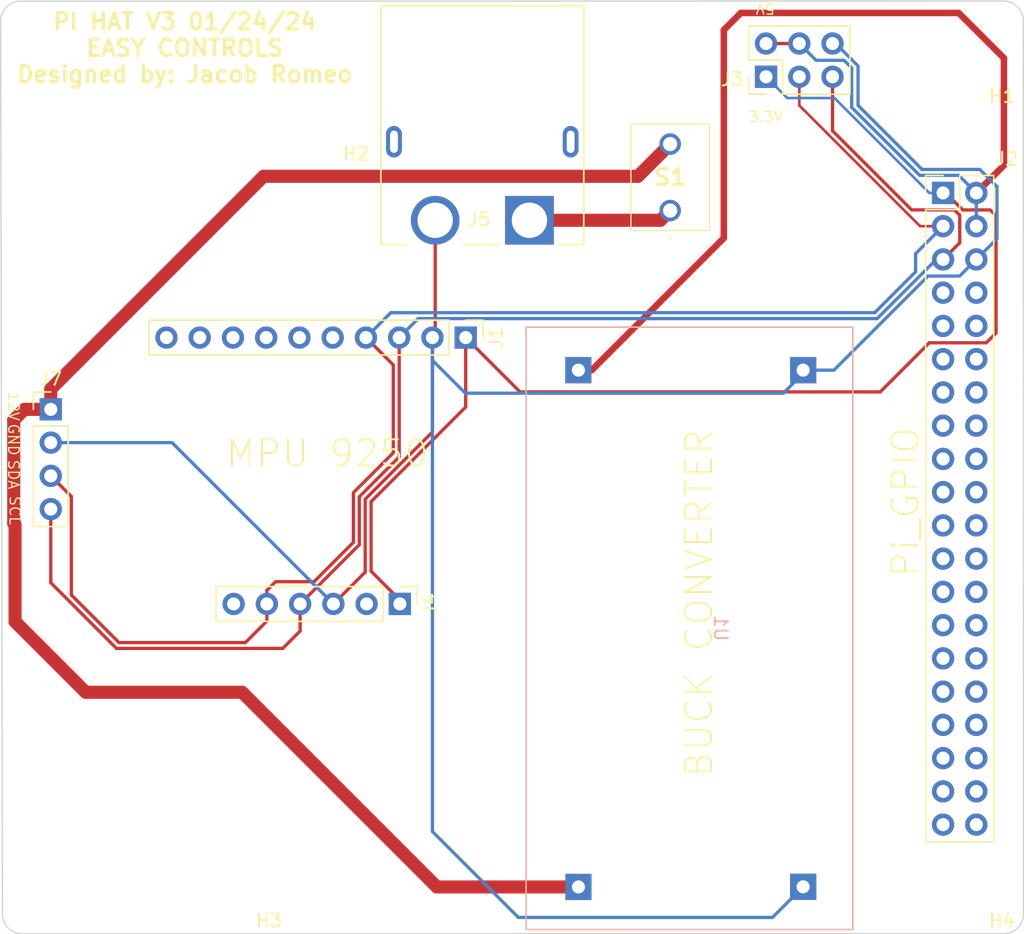
<source format=kicad_pcb>
(kicad_pcb (version 20221018) (generator pcbnew)
  (layers (0 "F.Cu" signal) (31 "B.Cu" signal) (34 "B.Paste" user) (35 "F.Paste" user) (36 "B.SilkS" user "B.Silkscreen") (37 "F.SilkS" user "F.Silkscreen") (38 "B.Mask" user) (39 "F.Mask" user) (44 "Edge.Cuts" user))
  (net 0 "")
  (net 1 "/12Vin")
  (net 10 "/3.3V")
  (net 33 "GND")
  (net 35 "/5V")
  (net 36 "/SCL")
  (net 37 "/SDA")
  (net 47 "/12Vout")
  (footprint "Connector_PinHeader_2.54mm:PinHeader_2x03_P2.54mm_Vertical" (layer "F.Cu") (at 137.475 70.525 90)
    (fp_text reference "J3" (at -0.2 -2.6) (layer "F.SilkS"))
    (fp_text value "Display")
    (fp_line (start -1.33 -1.33) (end 0 -1.33) (stroke (width 0.12)) (layer "F.SilkS"))
    (fp_line (start -1.33 0) (end -1.33 -1.33) (stroke (width 0.12)) (layer "F.SilkS"))
    (fp_line (start -1.33 1.27) (end -1.33 6.41) (stroke (width 0.12)) (layer "F.SilkS"))
    (fp_line (start -1.33 1.27) (end 1.27 1.27) (stroke (width 0.12)) (layer "F.SilkS"))
    (fp_line (start -1.33 6.41) (end 3.87 6.41) (stroke (width 0.12)) (layer "F.SilkS"))
    (fp_line (start 1.27 -1.33) (end 3.87 -1.33) (stroke (width 0.12)) (layer "F.SilkS"))
    (fp_line (start 1.27 1.27) (end 1.27 -1.33) (stroke (width 0.12)) (layer "F.SilkS"))
    (fp_line (start 3.87 -1.33) (end 3.87 6.41) (stroke (width 0.12)) (layer "F.SilkS"))
    (pad "1" thru_hole rect (at 0 0 90) (size 1.7 1.7) (drill 1) (layers "*.Cu" "*.Mask") (net 10 "/3.3V"))
    (pad "2" thru_hole oval (at 2.54 0 90) (size 1.7 1.7) (drill 1) (layers "*.Cu" "*.Mask") (net 35 "/5V"))
    (pad "3" thru_hole oval (at 0 2.54 90) (size 1.7 1.7) (drill 1) (layers "*.Cu" "*.Mask") (net 37 "/SDA"))
    (pad "4" thru_hole oval (at 2.54 2.54 90) (size 1.7 1.7) (drill 1) (layers "*.Cu" "*.Mask") (net 35 "/5V"))
    (pad "5" thru_hole oval (at 0 5.08 90) (size 1.7 1.7) (drill 1) (layers "*.Cu" "*.Mask") (net 36 "/SCL"))
    (pad "6" thru_hole oval (at 2.54 5.08 90) (size 1.7 1.7) (drill 1) (layers "*.Cu" "*.Mask") (net 33 "GND"))
  )
  (footprint "MountingHole:MountingHole_2.5mm" (layer "F.Cu") (at 152.5 74.5)
    (fp_text reference "H1" (at 3 -2.5) (layer "F.SilkS"))
    (fp_text value "MountingHole" hide)
    (pad "" np_thru_hole circle (at 0 0) (size 2.5 2.5) (drill 2.5) (layers "*.Cu" "*.Mask"))
  )
  (footprint "MountingHole:MountingHole_2.5mm" (layer "F.Cu") (at 102.5 74.5)
    (fp_text reference "H2" (at 3.65 1.9) (layer "F.SilkS"))
    (fp_text value "MountingHole" hide)
    (pad "" np_thru_hole circle (at 0 0) (size 2.5 2.5) (drill 2.5) (layers "*.Cu" "*.Mask"))
  )
  (footprint "MountingHole:MountingHole_2.5mm" (layer "F.Cu") (at 102.5 132.5)
    (fp_text reference "H3" (at -3 2.5) (layer "F.SilkS"))
    (fp_text value "MountingHole" hide)
    (pad "" np_thru_hole circle (at 0 0) (size 2.5 2.5) (drill 2.5) (layers "*.Cu" "*.Mask"))
  )
  (footprint "Connector_PinHeader_2.54mm:PinHeader_1x10_P2.54mm_Vertical" (layer "F.Cu") (at 114.5284 90.45 -90)
    (fp_text reference "J1" (at 0 -2.33 -270) (layer "F.SilkS"))
    (fp_text value "MPU 9250")
    (fp_line (start -1.33 -1.33) (end 0 -1.33) (stroke (width 0.12)) (layer "F.SilkS"))
    (fp_line (start -1.33 0) (end -1.33 -1.33) (stroke (width 0.12)) (layer "F.SilkS"))
    (fp_line (start -1.33 1.27) (end -1.33 24.19) (stroke (width 0.12)) (layer "F.SilkS"))
    (fp_line (start -1.33 1.27) (end 1.33 1.27) (stroke (width 0.12)) (layer "F.SilkS"))
    (fp_line (start -1.33 24.19) (end 1.33 24.19) (stroke (width 0.12)) (layer "F.SilkS"))
    (fp_line (start 1.33 1.27) (end 1.33 24.19) (stroke (width 0.12)) (layer "F.SilkS"))
    (pad "1" thru_hole rect (at 0 0 270) (size 1.7 1.7) (drill 1) (layers "*.Cu" "*.Mask") (net 10 "/3.3V"))
    (pad "2" thru_hole oval (at 0 2.54 270) (size 1.7 1.7) (drill 1) (layers "*.Cu" "*.Mask") (net 33 "GND"))
    (pad "3" thru_hole oval (at 0 5.08 270) (size 1.7 1.7) (drill 1) (layers "*.Cu" "*.Mask") (net 36 "/SCL"))
    (pad "4" thru_hole oval (at 0 7.62 270) (size 1.7 1.7) (drill 1) (layers "*.Cu" "*.Mask") (net 37 "/SDA"))
    (pad "5" thru_hole oval (at 0 10.16 270) (size 1.7 1.7) (drill 1) (layers "*.Cu" "*.Mask"))
    (pad "6" thru_hole oval (at 0 12.7 270) (size 1.7 1.7) (drill 1) (layers "*.Cu" "*.Mask"))
    (pad "7" thru_hole oval (at 0 15.24 270) (size 1.7 1.7) (drill 1) (layers "*.Cu" "*.Mask"))
    (pad "8" thru_hole oval (at 0 17.78 270) (size 1.7 1.7) (drill 1) (layers "*.Cu" "*.Mask"))
    (pad "9" thru_hole oval (at 0 20.32 270) (size 1.7 1.7) (drill 1) (layers "*.Cu" "*.Mask"))
    (pad "10" thru_hole oval (at 0 22.86 270) (size 1.7 1.7) (drill 1) (layers "*.Cu" "*.Mask"))
  )
  (footprint "MountingHole:MountingHole_2.5mm" (layer "F.Cu") (at 152.5 132.5)
    (fp_text reference "H4" (at 3 2.5) (layer "F.SilkS"))
    (fp_text value "MountingHole" hide)
    (pad "" np_thru_hole circle (at 0 0) (size 2.5 2.5) (drill 2.5) (layers "*.Cu" "*.Mask"))
  )
  (footprint "Connector_PinHeader_2.54mm:PinHeader_2x20_P2.54mm_Vertical" (layer "F.Cu") (at 151 79.4)
    (fp_text reference "J2" (at 4.85 -2.6) (layer "F.SilkS"))
    (fp_text value "Pi_GPIO" (at -2.8672 23.6224 90) (layer "F.SilkS") (effects (font (size 2 2))))
    (fp_line (start -1.33 -1.33) (end 0 -1.33) (stroke (width 0.12)) (layer "F.SilkS"))
    (fp_line (start -1.33 0) (end -1.33 -1.33) (stroke (width 0.12)) (layer "F.SilkS"))
    (fp_line (start -1.33 1.27) (end -1.33 49.59) (stroke (width 0.12)) (layer "F.SilkS"))
    (fp_line (start -1.33 1.27) (end 1.27 1.27) (stroke (width 0.12)) (layer "F.SilkS"))
    (fp_line (start -1.33 49.59) (end 3.87 49.59) (stroke (width 0.12)) (layer "F.SilkS"))
    (fp_line (start 1.27 -1.33) (end 3.87 -1.33) (stroke (width 0.12)) (layer "F.SilkS"))
    (fp_line (start 1.27 1.27) (end 1.27 -1.33) (stroke (width 0.12)) (layer "F.SilkS"))
    (fp_line (start 3.87 -1.33) (end 3.87 49.59) (stroke (width 0.12)) (layer "F.SilkS"))
    (pad "1" thru_hole rect (at 0 0) (size 1.7 1.7) (drill 1) (layers "*.Cu" "*.Mask") (net 10 "/3.3V"))
    (pad "2" thru_hole oval (at 2.54 0) (size 1.7 1.7) (drill 1) (layers "*.Cu" "*.Mask") (net 35 "/5V"))
    (pad "3" thru_hole oval (at 0 2.54) (size 1.7 1.7) (drill 1) (layers "*.Cu" "*.Mask") (net 37 "/SDA"))
    (pad "4" thru_hole oval (at 2.54 2.54) (size 1.7 1.7) (drill 1) (layers "*.Cu" "*.Mask") (net 35 "/5V"))
    (pad "5" thru_hole oval (at 0 5.08) (size 1.7 1.7) (drill 1) (layers "*.Cu" "*.Mask") (net 36 "/SCL"))
    (pad "6" thru_hole oval (at 2.54 5.08) (size 1.7 1.7) (drill 1) (layers "*.Cu" "*.Mask") (net 33 "GND"))
    (pad "7" thru_hole oval (at 0 7.62) (size 1.7 1.7) (drill 1) (layers "*.Cu" "*.Mask"))
    (pad "8" thru_hole oval (at 2.54 7.62) (size 1.7 1.7) (drill 1) (layers "*.Cu" "*.Mask"))
    (pad "9" thru_hole oval (at 0 10.16) (size 1.7 1.7) (drill 1) (layers "*.Cu" "*.Mask"))
    (pad "10" thru_hole oval (at 2.54 10.16) (size 1.7 1.7) (drill 1) (layers "*.Cu" "*.Mask"))
    (pad "11" thru_hole oval (at 0 12.7) (size 1.7 1.7) (drill 1) (layers "*.Cu" "*.Mask"))
    (pad "12" thru_hole oval (at 2.54 12.7) (size 1.7 1.7) (drill 1) (layers "*.Cu" "*.Mask"))
    (pad "13" thru_hole oval (at 0 15.24) (size 1.7 1.7) (drill 1) (layers "*.Cu" "*.Mask"))
    (pad "14" thru_hole oval (at 2.54 15.24) (size 1.7 1.7) (drill 1) (layers "*.Cu" "*.Mask"))
    (pad "15" thru_hole oval (at 0 17.78) (size 1.7 1.7) (drill 1) (layers "*.Cu" "*.Mask"))
    (pad "16" thru_hole oval (at 2.54 17.78) (size 1.7 1.7) (drill 1) (layers "*.Cu" "*.Mask"))
    (pad "17" thru_hole oval (at 0 20.32) (size 1.7 1.7) (drill 1) (layers "*.Cu" "*.Mask"))
    (pad "18" thru_hole oval (at 2.54 20.32) (size 1.7 1.7) (drill 1) (layers "*.Cu" "*.Mask"))
    (pad "19" thru_hole oval (at 0 22.86) (size 1.7 1.7) (drill 1) (layers "*.Cu" "*.Mask"))
    (pad "20" thru_hole oval (at 2.54 22.86) (size 1.7 1.7) (drill 1) (layers "*.Cu" "*.Mask"))
    (pad "21" thru_hole oval (at 0 25.4) (size 1.7 1.7) (drill 1) (layers "*.Cu" "*.Mask"))
    (pad "22" thru_hole oval (at 2.54 25.4) (size 1.7 1.7) (drill 1) (layers "*.Cu" "*.Mask"))
    (pad "23" thru_hole oval (at 0 27.94) (size 1.7 1.7) (drill 1) (layers "*.Cu" "*.Mask"))
    (pad "24" thru_hole oval (at 2.54 27.94) (size 1.7 1.7) (drill 1) (layers "*.Cu" "*.Mask"))
    (pad "25" thru_hole oval (at 0 30.48) (size 1.7 1.7) (drill 1) (layers "*.Cu" "*.Mask"))
    (pad "26" thru_hole oval (at 2.54 30.48) (size 1.7 1.7) (drill 1) (layers "*.Cu" "*.Mask"))
    (pad "27" thru_hole oval (at 0 33.02) (size 1.7 1.7) (drill 1) (layers "*.Cu" "*.Mask"))
    (pad "28" thru_hole oval (at 2.54 33.02) (size 1.7 1.7) (drill 1) (layers "*.Cu" "*.Mask"))
    (pad "29" thru_hole oval (at 0 35.56) (size 1.7 1.7) (drill 1) (layers "*.Cu" "*.Mask"))
    (pad "30" thru_hole oval (at 2.54 35.56) (size 1.7 1.7) (drill 1) (layers "*.Cu" "*.Mask"))
    (pad "31" thru_hole oval (at 0 38.1) (size 1.7 1.7) (drill 1) (layers "*.Cu" "*.Mask"))
    (pad "32" thru_hole oval (at 2.54 38.1) (size 1.7 1.7) (drill 1) (layers "*.Cu" "*.Mask"))
    (pad "33" thru_hole oval (at 0 40.64) (size 1.7 1.7) (drill 1) (layers "*.Cu" "*.Mask"))
    (pad "34" thru_hole oval (at 2.54 40.64) (size 1.7 1.7) (drill 1) (layers "*.Cu" "*.Mask"))
    (pad "35" thru_hole oval (at 0 43.18) (size 1.7 1.7) (drill 1) (layers "*.Cu" "*.Mask"))
    (pad "36" thru_hole oval (at 2.54 43.18) (size 1.7 1.7) (drill 1) (layers "*.Cu" "*.Mask"))
    (pad "37" thru_hole oval (at 0 45.72) (size 1.7 1.7) (drill 1) (layers "*.Cu" "*.Mask"))
    (pad "38" thru_hole oval (at 2.54 45.72) (size 1.7 1.7) (drill 1) (layers "*.Cu" "*.Mask"))
    (pad "39" thru_hole oval (at 0 48.26) (size 1.7 1.7) (drill 1) (layers "*.Cu" "*.Mask"))
    (pad "40" thru_hole oval (at 2.54 48.26) (size 1.7 1.7) (drill 1) (layers "*.Cu" "*.Mask"))
  )
  (footprint ".pretty:AMASS_XT60PW-M" (layer "F.Cu") (at 115.7986 75.4892)
    (fp_text reference "J5" (at -0.25 5.93425) (layer "F.SilkS") (effects (font (size 1.000441 1.000441))))
    (fp_text value "XT60PW-M")
    (fp_line (start -7.75 -10.35) (end -7.75 7.85) (stroke (width 0.127)) (layer "F.SilkS"))
    (fp_line (start -7.75 7.85) (end -5.778 7.85) (stroke (width 0.127)) (layer "F.SilkS"))
    (fp_line (start -1.422 7.85) (end 1.422 7.85) (stroke (width 0.127)) (layer "F.SilkS"))
    (fp_line (start 7.75 -10.35) (end -7.75 -10.35) (stroke (width 0.127)) (layer "F.SilkS"))
    (fp_line (start 7.75 7.85) (end 5.778 7.85) (stroke (width 0.127)) (layer "F.SilkS"))
    (fp_line (start 7.75 7.85) (end 7.75 -10.35) (stroke (width 0.127)) (layer "F.SilkS"))
    (pad "1" thru_hole rect (at 3.6 6) (size 3.716 3.716) (drill 2.7) (layers "*.Cu" "*.Mask") (net 1 "/12Vin"))
    (pad "2" thru_hole circle (at -3.6 6) (size 3.716 3.716) (drill 2.7) (layers "*.Cu" "*.Mask") (net 33 "GND"))
    (pad "S1" thru_hole oval (at 6.75 0) (size 1.2 2.4) (drill oval 0.6 1.7) (layers "*.Cu" "*.Mask"))
    (pad "S2" thru_hole oval (at -6.75 0) (size 1.2 2.4) (drill oval 0.6 1.7) (layers "*.Cu" "*.Mask"))
  )
  (footprint "Connector_PinHeader_2.54mm:PinHeader_1x04_P2.54mm_Vertical" (layer "F.Cu") (at 82.8294 95.9358)
    (fp_text reference "J7" (at 0 -2.33) (layer "F.SilkS"))
    (fp_text value "Conn_01x04")
    (fp_line (start -1.33 -1.33) (end 0 -1.33) (stroke (width 0.12)) (layer "F.SilkS"))
    (fp_line (start -1.33 0) (end -1.33 -1.33) (stroke (width 0.12)) (layer "F.SilkS"))
    (fp_line (start -1.33 1.27) (end -1.33 8.95) (stroke (width 0.12)) (layer "F.SilkS"))
    (fp_line (start -1.33 1.27) (end 1.33 1.27) (stroke (width 0.12)) (layer "F.SilkS"))
    (fp_line (start -1.33 8.95) (end 1.33 8.95) (stroke (width 0.12)) (layer "F.SilkS"))
    (fp_line (start 1.33 1.27) (end 1.33 8.95) (stroke (width 0.12)) (layer "F.SilkS"))
    (pad "1" thru_hole rect (at 0 0) (size 1.7 1.7) (drill 1) (layers "*.Cu" "*.Mask") (net 47 "/12Vout"))
    (pad "2" thru_hole oval (at 0 2.54) (size 1.7 1.7) (drill 1) (layers "*.Cu" "*.Mask") (net 33 "GND"))
    (pad "3" thru_hole oval (at 0 5.08) (size 1.7 1.7) (drill 1) (layers "*.Cu" "*.Mask") (net 37 "/SDA"))
    (pad "4" thru_hole oval (at 0 7.62) (size 1.7 1.7) (drill 1) (layers "*.Cu" "*.Mask") (net 36 "/SCL"))
  )
  (footprint "Connector_PinHeader_2.54mm:PinHeader_1x06_P2.54mm_Vertical" (layer "F.Cu") (at 109.5 110.8 -90)
    (fp_text reference "J4" (at 0 -2.33 90) (layer "F.SilkS"))
    (fp_text value "BNO055")
    (fp_line (start -1.33 -1.33) (end 0 -1.33) (stroke (width 0.12)) (layer "F.SilkS"))
    (fp_line (start -1.33 0) (end -1.33 -1.33) (stroke (width 0.12)) (layer "F.SilkS"))
    (fp_line (start -1.33 1.27) (end -1.33 14.03) (stroke (width 0.12)) (layer "F.SilkS"))
    (fp_line (start -1.33 1.27) (end 1.33 1.27) (stroke (width 0.12)) (layer "F.SilkS"))
    (fp_line (start -1.33 14.03) (end 1.33 14.03) (stroke (width 0.12)) (layer "F.SilkS"))
    (fp_line (start 1.33 1.27) (end 1.33 14.03) (stroke (width 0.12)) (layer "F.SilkS"))
    (pad "1" thru_hole rect (at 0 0 270) (size 1.7 1.7) (drill 1) (layers "*.Cu" "*.Mask") (net 10 "/3.3V"))
    (pad "2" thru_hole oval (at 0 2.54 270) (size 1.7 1.7) (drill 1) (layers "*.Cu" "*.Mask"))
    (pad "3" thru_hole oval (at 0 5.08 270) (size 1.7 1.7) (drill 1) (layers "*.Cu" "*.Mask") (net 33 "GND"))
    (pad "4" thru_hole oval (at 0 7.62 270) (size 1.7 1.7) (drill 1) (layers "*.Cu" "*.Mask") (net 36 "/SCL"))
    (pad "5" thru_hole oval (at 0 10.16 270) (size 1.7 1.7) (drill 1) (layers "*.Cu" "*.Mask") (net 37 "/SDA"))
    (pad "6" thru_hole oval (at 0 12.7 270) (size 1.7 1.7) (drill 1) (layers "*.Cu" "*.Mask"))
  )
  (footprint "refV:2MS6T4B3M2CES" (layer "F.Cu") (at 130.1496 80.7466)
    (fp_text reference "S1" (at 0 -2.54) (layer "F.SilkS") (effects (font (size 1.27 1.27) (thickness 0.254))))
    (fp_text value "2MS6T4B3M2CES" hide)
    (fp_line (start -3 -6.605) (end 3 -6.605) (stroke (width 0.1)) (layer "F.SilkS"))
    (fp_line (start -3 1.525) (end -3 -6.605) (stroke (width 0.1)) (layer "F.SilkS"))
    (fp_line (start 0 2.1) (end 0 2.1) (stroke (width 0.1)) (layer "F.SilkS"))
    (fp_line (start 0 2.2) (end 0 2.2) (stroke (width 0.1)) (layer "F.SilkS"))
    (fp_line (start 3 -6.605) (end 3 1.525) (stroke (width 0.1)) (layer "F.SilkS"))
    (fp_line (start 3 1.525) (end -3 1.525) (stroke (width 0.1)) (layer "F.SilkS"))
    (fp_arc (start 0 2.1) (mid 0.05 2.15) (end 0 2.2) (stroke (width 0.1)) (layer "F.SilkS"))
    (fp_arc (start 0 2.2) (mid -0.05 2.15) (end 0 2.1) (stroke (width 0.1)) (layer "F.SilkS"))
    (pad "1" thru_hole circle (at 0 0) (size 1.635 1.635) (drill 1.09) (layers "*.Cu" "*.Mask") (net 1 "/12Vin"))
    (pad "3" thru_hole circle (at 0 -5.08) (size 1.635 1.635) (drill 1.09) (layers "*.Cu" "*.Mask") (net 47 "/12Vout"))
  )
  (footprint "refV:LM2596S_mod" (layer "B.Cu") (at 145.6436 123.6726 90)
    (fp_text reference "U1" (at 11.0236 -11.6304 270 unlocked) (layer "B.SilkS") (effects (justify mirror)))
    (fp_text value "LM2596S")
    (fp_rect (start -12 -1.54) (end 34.0216 -26.5) (stroke (width 0.12)) (fill none) (layer "B.SilkS"))
    (pad "1" thru_hole rect (at -8.7376 -5.334 90) (size 2 2) (drill 1) (layers "*.Cu" "*.Mask") (net 33 "GND"))
    (pad "2" thru_hole rect (at -8.75 -22.5 90) (size 2 2) (drill 1) (layers "*.Cu" "*.Mask") (net 47 "/12Vout"))
    (pad "3" thru_hole rect (at 30.734 -5.334 90) (size 2 2) (drill 1) (layers "*.Cu" "*.Mask") (net 33 "GND"))
    (pad "4" thru_hole rect (at 30.734 -22.5044 90) (size 2 2) (drill 1) (layers "*.Cu" "*.Mask") (net 35 "/5V"))
  )
  (gr_line (start 80.511863 64.751127) (end 155.627388 64.7375) (stroke (width 0.1)) (layer "Edge.Cuts"))
  (gr_arc (start 79.00053 66.2625) (mid 79.443187 65.193812) (end 80.511863 64.751127) (stroke (width 0.1)) (layer "Edge.Cuts"))
  (gr_line (start 79.13987 134.5) (end 79.00053 66.2625) (stroke (width 0.1)) (layer "Edge.Cuts"))
  (gr_arc (start 157.141728 134.48934) (mid 156.702376 135.549988) (end 155.641728 135.98934) (stroke (width 0.1)) (layer "Edge.Cuts"))
  (gr_line (start 157.127388 66.2375) (end 157.141728 134.48934) (stroke (width 0.1)) (layer "Edge.Cuts"))
  (gr_arc (start 80.63987 136) (mid 79.57921 135.56066) (end 79.13987 134.5) (stroke (width 0.1)) (layer "Edge.Cuts"))
  (gr_arc (start 155.627388 64.7375) (mid 156.688048 65.17684) (end 157.127388 66.2375) (stroke (width 0.1)) (layer "Edge.Cuts"))
  (gr_line (start 155.641728 135.98934) (end 80.63987 136) (stroke (width 0.1)) (layer "Edge.Cuts"))
  (gr_text "MPU 9250" (at 103.962 99.3) (layer "F.SilkS") (effects (font (size 2 2))))
  (gr_text "3.3V" (at 137.4648 73.6092) (layer "F.SilkS") (effects (font (size 0.8 0.8) (thickness 0.1))))
  (gr_text "5V" (at 137.414 65.3034 180) (layer "F.SilkS") (effects (font (size 0.8 0.8) (thickness 0.1))))
  (gr_text "GND" (at 79.9862 98.2472 270) (layer "F.SilkS") (effects (font (size 0.8 0.8) (thickness 0.1))))
  (gr_text "12V" (at 79.9862 95.7072 270) (layer "F.SilkS") (effects (font (size 0.8 0.8) (thickness 0.1))))
  (gr_text "SDA" (at 79.9862 100.9142 270) (layer "F.SilkS") (effects (font (size 0.8 0.8) (thickness 0.1))))
  (gr_text "BUCK CONVERTER" (at 132.35 110.744 90) (layer "F.SilkS") (effects (font (size 2 2))))
  (gr_text "SCL" (at 80.0862 103.6574 270) (layer "F.SilkS") (effects (font (size 0.8 0.8) (thickness 0.1))))
  (gr_text "PI HAT V3 01/24/24\nEASY CONTROLS\nDesigned by: Jacob Romeo" (at 93.0656 68.326) (layer "F.SilkS") (effects (font (size 1.25 1.25) (thickness 0.25))))
  (segment (start 129.407 81.4892) (end 130.1496 80.7466) (width 1) (layer "F.Cu") (net 1))
  (segment (start 119.3986 81.4892) (end 129.407 81.4892) (width 1) (layer "F.Cu") (net 1))
  (segment (start 107.3 108.3) (end 107.3 102.986396) (width 0.25) (layer "F.Cu") (net 10))
  (segment (start 154.3 90.85) (end 155.05 90.1) (width 0.25) (layer "F.Cu") (net 10))
  (segment (start 109.5 110.5) (end 107.3 108.3) (width 0.25) (layer "F.Cu") (net 10))
  (segment (start 151.207196 79.4) (end 151 79.4) (width 0.25) (layer "F.Cu") (net 10))
  (segment (start 155.05 81.15) (end 154.6 80.7) (width 0.25) (layer "F.Cu") (net 10))
  (segment (start 155.05 90.1) (end 155.05 81.15) (width 0.25) (layer "F.Cu") (net 10))
  (segment (start 146.2 94.6) (end 149.95 90.85) (width 0.25) (layer "F.Cu") (net 10))
  (segment (start 114.5284 95.757996) (end 114.5284 90.45) (width 0.25) (layer "F.Cu") (net 10))
  (segment (start 114.5284 90.45) (end 118.6784 94.6) (width 0.25) (layer "F.Cu") (net 10))
  (segment (start 152.507196 80.7) (end 151.207196 79.4) (width 0.25) (layer "F.Cu") (net 10))
  (segment (start 154.6 80.7) (end 152.507196 80.7) (width 0.25) (layer "F.Cu") (net 10))
  (segment (start 109.5 110.8) (end 109.5 110.5) (width 0.25) (layer "F.Cu") (net 10))
  (segment (start 107.3 102.986396) (end 114.5284 95.757996) (width 0.25) (layer "F.Cu") (net 10))
  (segment (start 118.6784 94.6) (end 146.2 94.6) (width 0.25) (layer "F.Cu") (net 10))
  (segment (start 149.95 90.85) (end 154.3 90.85) (width 0.25) (layer "F.Cu") (net 10))
  (segment (start 142.702022 72.15) (end 149.952022 79.4) (width 0.2) (layer "B.Cu") (net 10))
  (segment (start 139.1 72.15) (end 142.702022 72.15) (width 0.2) (layer "B.Cu") (net 10))
  (segment (start 137.475 70.525) (end 139.1 72.15) (width 0.2) (layer "B.Cu") (net 10))
  (segment (start 149.952022 79.4) (end 151 79.4) (width 0.2) (layer "B.Cu") (net 10))
  (segment (start 112.1986 90.2398) (end 111.9884 90.45) (width 0.25) (layer "F.Cu") (net 33))
  (segment (start 112.1986 81.4892) (end 112.1986 90.2398) (width 0.25) (layer "F.Cu") (net 33))
  (segment (start 104.42 110.8) (end 106.85 108.37) (width 0.25) (layer "F.Cu") (net 33))
  (segment (start 106.85 102.8) (end 111.9884 97.6616) (width 0.25) (layer "F.Cu") (net 33))
  (segment (start 106.85 108.37) (end 106.85 102.8) (width 0.25) (layer "F.Cu") (net 33))
  (segment (start 111.9884 97.6616) (end 111.9884 90.45) (width 0.25) (layer "F.Cu") (net 33))
  (segment (start 118.55 134.75) (end 137.9698 134.75) (width 0.25) (layer "B.Cu") (net 33))
  (segment (start 149.393658 77.6042) (end 153.8042 77.6042) (width 0.25) (layer "B.Cu") (net 33))
  (segment (start 92.0958 98.4758) (end 104.42 110.8) (width 0.25) (layer "B.Cu") (net 33))
  (segment (start 140.3096 92.9386) (end 142.6614 92.9386) (width 0.25) (layer "B.Cu") (net 33))
  (segment (start 140.3096 93.1904) (end 140.3096 92.9386) (width 0.25) (layer "B.Cu") (net 33))
  (segment (start 137.9698 134.75) (end 140.3096 132.4102) (width 0.25) (layer "B.Cu") (net 33))
  (segment (start 144.505129 72.715671) (end 149.393658 77.6042) (width 0.25) (layer "B.Cu") (net 33))
  (segment (start 142.789396 67.985) (end 144.505129 69.700733) (width 0.25) (layer "B.Cu") (net 33))
  (segment (start 155.1178 82.9022) (end 153.54 84.48) (width 0.25) (layer "B.Cu") (net 33))
  (segment (start 114.5 94.7) (end 138.8 94.7) (width 0.25) (layer "B.Cu") (net 33))
  (segment (start 142.555 67.985) (end 142.789396 67.985) (width 0.25) (layer "B.Cu") (net 33))
  (segment (start 111.9884 90.45) (end 111.9884 128.1884) (width 0.25) (layer "B.Cu") (net 33))
  (segment (start 149.85 85.75) (end 152.27 85.75) (width 0.25) (layer "B.Cu") (net 33))
  (segment (start 111.9884 128.1884) (end 118.55 134.75) (width 0.25) (layer "B.Cu") (net 33))
  (segment (start 152.27 85.75) (end 153.54 84.48) (width 0.25) (layer "B.Cu") (net 33))
  (segment (start 82.8294 98.4758) (end 92.0958 98.4758) (width 0.25) (layer "B.Cu") (net 33))
  (segment (start 142.6614 92.9386) (end 149.85 85.75) (width 0.25) (layer "B.Cu") (net 33))
  (segment (start 144.505129 69.700733) (end 144.505129 72.715671) (width 0.25) (layer "B.Cu") (net 33))
  (segment (start 153.8042 77.6042) (end 155.1178 78.9178) (width 0.25) (layer "B.Cu") (net 33))
  (segment (start 155.1178 78.9178) (end 155.1178 82.9022) (width 0.25) (layer "B.Cu") (net 33))
  (segment (start 111.9884 92.1884) (end 114.5 94.7) (width 0.25) (layer "B.Cu") (net 33))
  (segment (start 111.9884 90.45) (end 111.9884 92.1884) (width 0.25) (layer "B.Cu") (net 33))
  (segment (start 138.8 94.7) (end 140.3096 93.1904) (width 0.25) (layer "B.Cu") (net 33))
  (segment (start 123.1392 92.9386) (end 124.1614 92.9386) (width 0.5) (layer "F.Cu") (net 35))
  (segment (start 155.65 69.1) (end 155.65 77.29) (width 0.5) (layer "F.Cu") (net 35))
  (segment (start 152.2 65.65) (end 155.65 69.1) (width 0.5) (layer "F.Cu") (net 35))
  (segment (start 137.475 67.985) (end 140.015 67.985) (width 0.25) (layer "F.Cu") (net 35))
  (segment (start 134.25 82.85) (end 134.25 66.95) (width 0.5) (layer "F.Cu") (net 35))
  (segment (start 134.25 66.95) (end 135.55 65.65) (width 0.5) (layer "F.Cu") (net 35))
  (segment (start 155.65 77.29) (end 153.54 79.4) (width 0.5) (layer "F.Cu") (net 35))
  (segment (start 135.55 65.65) (end 152.2 65.65) (width 0.5) (layer "F.Cu") (net 35))
  (segment (start 124.1614 92.9386) (end 134.25 82.85) (width 0.5) (layer "F.Cu") (net 35))
  (segment (start 144.018 72.864938) (end 144.018 69.85) (width 0.25) (layer "B.Cu") (net 35))
  (segment (start 141.2958 69.2658) (end 140.015 67.985) (width 0.25) (layer "B.Cu") (net 35))
  (segment (start 152.1942 78.0542) (end 149.207262 78.0542) (width 0.25) (layer "B.Cu") (net 35))
  (segment (start 143.4338 69.2658) (end 141.2958 69.2658) (width 0.25) (layer "B.Cu") (net 35))
  (segment (start 153.54 81.94) (end 153.54 79.4) (width 0.25) (layer "B.Cu") (net 35))
  (segment (start 144.018 69.85) (end 143.4338 69.2658) (width 0.25) (layer "B.Cu") (net 35))
  (segment (start 149.207262 78.0542) (end 144.018 72.864938) (width 0.25) (layer "B.Cu") (net 35))
  (segment (start 153.54 79.4) (end 152.1942 78.0542) (width 0.25) (layer "B.Cu") (net 35))
  (segment (start 101.88 112.87) (end 101.88 110.8) (width 0.25) (layer "F.Cu") (net 36))
  (segment (start 152.273 83.207) (end 152.273 81.1022) (width 0.25) (layer "F.Cu") (net 36))
  (segment (start 82.8294 109.1794) (end 87.85 114.2) (width 0.25) (layer "F.Cu") (net 36))
  (segment (start 151 84.48) (end 152.273 83.207) (width 0.25) (layer "F.Cu") (net 36))
  (segment (start 82.8294 103.5558) (end 82.8294 109.1794) (width 0.25) (layer "F.Cu") (net 36))
  (segment (start 152.273 81.1022) (end 151.8666 80.6958) (width 0.25) (layer "F.Cu") (net 36))
  (segment (start 100.55 114.2) (end 101.88 112.87) (width 0.25) (layer "F.Cu") (net 36))
  (segment (start 109.4484 99.565204) (end 109.4484 90.45) (width 0.25) (layer "F.Cu") (net 36))
  (segment (start 151.8666 80.6958) (end 148.59684 80.6958) (width 0.25) (layer "F.Cu") (net 36))
  (segment (start 142.555 74.65396) (end 142.555 70.525) (width 0.25) (layer "F.Cu") (net 36))
  (segment (start 106.4 102.613604) (end 109.4484 99.565204) (width 0.25) (layer "F.Cu") (net 36))
  (segment (start 101.88 110.8) (end 106.4 106.28) (width 0.25) (layer "F.Cu") (net 36))
  (segment (start 148.59684 80.6958) (end 142.555 74.65396) (width 0.25) (layer "F.Cu") (net 36))
  (segment (start 106.4 106.28) (end 106.4 102.613604) (width 0.25) (layer "F.Cu") (net 36))
  (segment (start 87.85 114.2) (end 100.55 114.2) (width 0.25) (layer "F.Cu") (net 36))
  (segment (start 109.4484 90.45) (end 110.8984 89) (width 0.25) (layer "B.Cu") (net 36))
  (segment (start 150.483604 84.48) (end 151 84.48) (width 0.25) (layer "B.Cu") (net 36))
  (segment (start 145.963604 89) (end 150.483604 84.48) (width 0.25) (layer "B.Cu") (net 36))
  (segment (start 110.8984 89) (end 145.963604 89) (width 0.25) (layer "B.Cu") (net 36))
  (segment (start 140.015 70.525) (end 140.015 72.715) (width 0.2) (layer "F.Cu") (net 37))
  (segment (start 82.8294 101.0158) (end 84.4 102.5864) (width 0.25) (layer "F.Cu") (net 37))
  (segment (start 99.34 112.11) (end 99.34 110.8) (width 0.25) (layer "F.Cu") (net 37))
  (segment (start 84.4 110.113604) (end 88.036396 113.75) (width 0.25) (layer "F.Cu") (net 37))
  (segment (start 140.015 72.715) (end 149.24 81.94) (width 0.2) (layer "F.Cu") (net 37))
  (segment (start 97.7 113.75) (end 99.34 112.11) (width 0.25) (layer "F.Cu") (net 37))
  (segment (start 105.95 102.3) (end 105.95 106.093604) (width 0.25) (layer "F.Cu") (net 37))
  (segment (start 108.9984 92.54) (end 108.9984 99.2516) (width 0.25) (layer "F.Cu") (net 37))
  (segment (start 99.34 109.76) (end 99.34 110.8) (width 0.25) (layer "F.Cu") (net 37))
  (segment (start 102.943604 109.1) (end 100 109.1) (width 0.25) (layer "F.Cu") (net 37))
  (segment (start 100 109.1) (end 99.34 109.76) (width 0.25) (layer "F.Cu") (net 37))
  (segment (start 84.4 102.5864) (end 84.4 110.113604) (width 0.25) (layer "F.Cu") (net 37))
  (segment (start 106.9084 90.45) (end 108.9984 92.54) (width 0.25) (layer "F.Cu") (net 37))
  (segment (start 88.036396 113.75) (end 97.7 113.75) (width 0.25) (layer "F.Cu") (net 37))
  (segment (start 108.9984 99.2516) (end 105.95 102.3) (width 0.25) (layer "F.Cu") (net 37))
  (segment (start 105.95 106.093604) (end 102.943604 109.1) (width 0.25) (layer "F.Cu") (net 37))
  (segment (start 149.24 81.94) (end 151 81.94) (width 0.2) (layer "F.Cu") (net 37))
  (segment (start 145.777208 88.55) (end 148.9 85.427208) (width 0.25) (layer "B.Cu") (net 37))
  (segment (start 108.8084 88.55) (end 145.777208 88.55) (width 0.25) (layer "B.Cu") (net 37))
  (segment (start 148.9 84.04) (end 151 81.94) (width 0.25) (layer "B.Cu") (net 37))
  (segment (start 106.9084 90.45) (end 108.8084 88.55) (width 0.25) (layer "B.Cu") (net 37))
  (segment (start 148.9 85.427208) (end 148.9 84.04) (width 0.25) (layer "B.Cu") (net 37))
  (segment (start 127.6858 78.1304) (end 99.0854 78.1304) (width 1) (layer "F.Cu") (net 47))
  (segment (start 85.5 117.55) (end 97.45 117.55) (width 1) (layer "F.Cu") (net 47))
  (segment (start 130.1496 75.6666) (end 127.6858 78.1304) (width 1) (layer "F.Cu") (net 47))
  (segment (start 80.1 112.15) (end 85.5 117.55) (width 1) (layer "F.Cu") (net 47))
  (segment (start 80.8142 95.9358) (end 80 96.75) (width 1) (layer "F.Cu") (net 47))
  (segment (start 80.1 104.75) (end 80.1 112.15) (width 1) (layer "F.Cu") (net 47))
  (segment (start 80 104.65) (end 80.1 104.75) (width 1) (layer "F.Cu") (net 47))
  (segment (start 112.3226 132.4226) (end 123.1436 132.4226) (width 1) (layer "F.Cu") (net 47))
  (segment (start 99.0854 78.1304) (end 82.8294 94.3864) (width 1) (layer "F.Cu") (net 47))
  (segment (start 82.8294 95.9358) (end 80.8142 95.9358) (width 1) (layer "F.Cu") (net 47))
  (segment (start 82.8294 94.3864) (end 82.8294 95.9358) (width 1) (layer "F.Cu") (net 47))
  (segment (start 97.45 117.55) (end 112.3226 132.4226) (width 1) (layer "F.Cu") (net 47))
  (segment (start 80 96.75) (end 80 104.65) (width 1) (layer "F.Cu") (net 47))
)
</source>
